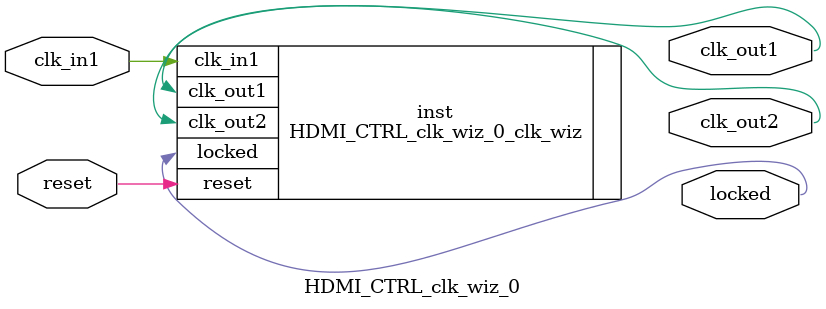
<source format=v>


`timescale 1ps/1ps

(* CORE_GENERATION_INFO = "HDMI_CTRL_clk_wiz_0,clk_wiz_v6_0_1_0_0,{component_name=HDMI_CTRL_clk_wiz_0,use_phase_alignment=true,use_min_o_jitter=false,use_max_i_jitter=false,use_dyn_phase_shift=false,use_inclk_switchover=false,use_dyn_reconfig=false,enable_axi=0,feedback_source=FDBK_AUTO,PRIMITIVE=MMCM,num_out_clk=2,clkin1_period=10.000,clkin2_period=10.000,use_power_down=false,use_reset=true,use_locked=true,use_inclk_stopped=false,feedback_type=SINGLE,CLOCK_MGR_TYPE=NA,manual_override=false}" *)

module HDMI_CTRL_clk_wiz_0 
 (
  // Clock out ports
  output        clk_out1,
  output        clk_out2,
  // Status and control signals
  input         reset,
  output        locked,
 // Clock in ports
  input         clk_in1
 );

  HDMI_CTRL_clk_wiz_0_clk_wiz inst
  (
  // Clock out ports  
  .clk_out1(clk_out1),
  .clk_out2(clk_out2),
  // Status and control signals               
  .reset(reset), 
  .locked(locked),
 // Clock in ports
  .clk_in1(clk_in1)
  );

endmodule

</source>
